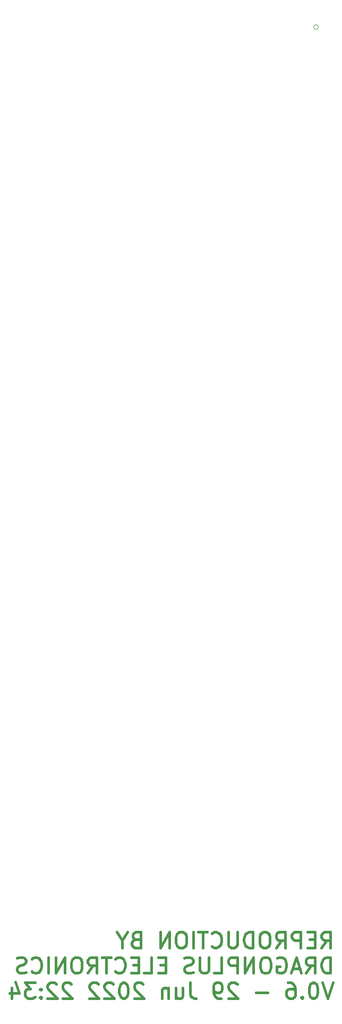
<source format=gbr>
G04 #@! TF.GenerationSoftware,KiCad,Pcbnew,(6.0.8)*
G04 #@! TF.CreationDate,2022-10-19T21:35:41+01:00*
G04 #@! TF.ProjectId,DgnBeta,44676e42-6574-4612-9e6b-696361645f70,rev?*
G04 #@! TF.SameCoordinates,Original*
G04 #@! TF.FileFunction,Legend,Bot*
G04 #@! TF.FilePolarity,Positive*
%FSLAX46Y46*%
G04 Gerber Fmt 4.6, Leading zero omitted, Abs format (unit mm)*
G04 Created by KiCad (PCBNEW (6.0.8)) date 2022-10-19 21:35:41*
%MOMM*%
%LPD*%
G01*
G04 APERTURE LIST*
%ADD10C,0.400000*%
%ADD11C,0.120000*%
G04 APERTURE END LIST*
D10*
X374906190Y-375565952D02*
X375739523Y-374375476D01*
X376334761Y-375565952D02*
X376334761Y-373065952D01*
X375382380Y-373065952D01*
X375144285Y-373185000D01*
X375025238Y-373304047D01*
X374906190Y-373542142D01*
X374906190Y-373899285D01*
X375025238Y-374137380D01*
X375144285Y-374256428D01*
X375382380Y-374375476D01*
X376334761Y-374375476D01*
X373834761Y-374256428D02*
X373001428Y-374256428D01*
X372644285Y-375565952D02*
X373834761Y-375565952D01*
X373834761Y-373065952D01*
X372644285Y-373065952D01*
X371572857Y-375565952D02*
X371572857Y-373065952D01*
X370620476Y-373065952D01*
X370382380Y-373185000D01*
X370263333Y-373304047D01*
X370144285Y-373542142D01*
X370144285Y-373899285D01*
X370263333Y-374137380D01*
X370382380Y-374256428D01*
X370620476Y-374375476D01*
X371572857Y-374375476D01*
X367644285Y-375565952D02*
X368477619Y-374375476D01*
X369072857Y-375565952D02*
X369072857Y-373065952D01*
X368120476Y-373065952D01*
X367882380Y-373185000D01*
X367763333Y-373304047D01*
X367644285Y-373542142D01*
X367644285Y-373899285D01*
X367763333Y-374137380D01*
X367882380Y-374256428D01*
X368120476Y-374375476D01*
X369072857Y-374375476D01*
X366096666Y-373065952D02*
X365620476Y-373065952D01*
X365382380Y-373185000D01*
X365144285Y-373423095D01*
X365025238Y-373899285D01*
X365025238Y-374732619D01*
X365144285Y-375208809D01*
X365382380Y-375446904D01*
X365620476Y-375565952D01*
X366096666Y-375565952D01*
X366334761Y-375446904D01*
X366572857Y-375208809D01*
X366691904Y-374732619D01*
X366691904Y-373899285D01*
X366572857Y-373423095D01*
X366334761Y-373185000D01*
X366096666Y-373065952D01*
X363953809Y-375565952D02*
X363953809Y-373065952D01*
X363358571Y-373065952D01*
X363001428Y-373185000D01*
X362763333Y-373423095D01*
X362644285Y-373661190D01*
X362525238Y-374137380D01*
X362525238Y-374494523D01*
X362644285Y-374970714D01*
X362763333Y-375208809D01*
X363001428Y-375446904D01*
X363358571Y-375565952D01*
X363953809Y-375565952D01*
X361453809Y-373065952D02*
X361453809Y-375089761D01*
X361334761Y-375327857D01*
X361215714Y-375446904D01*
X360977619Y-375565952D01*
X360501428Y-375565952D01*
X360263333Y-375446904D01*
X360144285Y-375327857D01*
X360025238Y-375089761D01*
X360025238Y-373065952D01*
X357406190Y-375327857D02*
X357525238Y-375446904D01*
X357882380Y-375565952D01*
X358120476Y-375565952D01*
X358477619Y-375446904D01*
X358715714Y-375208809D01*
X358834761Y-374970714D01*
X358953809Y-374494523D01*
X358953809Y-374137380D01*
X358834761Y-373661190D01*
X358715714Y-373423095D01*
X358477619Y-373185000D01*
X358120476Y-373065952D01*
X357882380Y-373065952D01*
X357525238Y-373185000D01*
X357406190Y-373304047D01*
X356691904Y-373065952D02*
X355263333Y-373065952D01*
X355977619Y-375565952D02*
X355977619Y-373065952D01*
X354430000Y-375565952D02*
X354430000Y-373065952D01*
X352763333Y-373065952D02*
X352287142Y-373065952D01*
X352049047Y-373185000D01*
X351810952Y-373423095D01*
X351691904Y-373899285D01*
X351691904Y-374732619D01*
X351810952Y-375208809D01*
X352049047Y-375446904D01*
X352287142Y-375565952D01*
X352763333Y-375565952D01*
X353001428Y-375446904D01*
X353239523Y-375208809D01*
X353358571Y-374732619D01*
X353358571Y-373899285D01*
X353239523Y-373423095D01*
X353001428Y-373185000D01*
X352763333Y-373065952D01*
X350620476Y-375565952D02*
X350620476Y-373065952D01*
X349191904Y-375565952D01*
X349191904Y-373065952D01*
X345263333Y-374256428D02*
X344906190Y-374375476D01*
X344787142Y-374494523D01*
X344668095Y-374732619D01*
X344668095Y-375089761D01*
X344787142Y-375327857D01*
X344906190Y-375446904D01*
X345144285Y-375565952D01*
X346096666Y-375565952D01*
X346096666Y-373065952D01*
X345263333Y-373065952D01*
X345025238Y-373185000D01*
X344906190Y-373304047D01*
X344787142Y-373542142D01*
X344787142Y-373780238D01*
X344906190Y-374018333D01*
X345025238Y-374137380D01*
X345263333Y-374256428D01*
X346096666Y-374256428D01*
X343120476Y-374375476D02*
X343120476Y-375565952D01*
X343953809Y-373065952D02*
X343120476Y-374375476D01*
X342287142Y-373065952D01*
X376334761Y-379590952D02*
X376334761Y-377090952D01*
X375739523Y-377090952D01*
X375382380Y-377210000D01*
X375144285Y-377448095D01*
X375025238Y-377686190D01*
X374906190Y-378162380D01*
X374906190Y-378519523D01*
X375025238Y-378995714D01*
X375144285Y-379233809D01*
X375382380Y-379471904D01*
X375739523Y-379590952D01*
X376334761Y-379590952D01*
X372406190Y-379590952D02*
X373239523Y-378400476D01*
X373834761Y-379590952D02*
X373834761Y-377090952D01*
X372882380Y-377090952D01*
X372644285Y-377210000D01*
X372525238Y-377329047D01*
X372406190Y-377567142D01*
X372406190Y-377924285D01*
X372525238Y-378162380D01*
X372644285Y-378281428D01*
X372882380Y-378400476D01*
X373834761Y-378400476D01*
X371453809Y-378876666D02*
X370263333Y-378876666D01*
X371691904Y-379590952D02*
X370858571Y-377090952D01*
X370025238Y-379590952D01*
X367882380Y-377210000D02*
X368120476Y-377090952D01*
X368477619Y-377090952D01*
X368834761Y-377210000D01*
X369072857Y-377448095D01*
X369191904Y-377686190D01*
X369310952Y-378162380D01*
X369310952Y-378519523D01*
X369191904Y-378995714D01*
X369072857Y-379233809D01*
X368834761Y-379471904D01*
X368477619Y-379590952D01*
X368239523Y-379590952D01*
X367882380Y-379471904D01*
X367763333Y-379352857D01*
X367763333Y-378519523D01*
X368239523Y-378519523D01*
X366215714Y-377090952D02*
X365739523Y-377090952D01*
X365501428Y-377210000D01*
X365263333Y-377448095D01*
X365144285Y-377924285D01*
X365144285Y-378757619D01*
X365263333Y-379233809D01*
X365501428Y-379471904D01*
X365739523Y-379590952D01*
X366215714Y-379590952D01*
X366453809Y-379471904D01*
X366691904Y-379233809D01*
X366810952Y-378757619D01*
X366810952Y-377924285D01*
X366691904Y-377448095D01*
X366453809Y-377210000D01*
X366215714Y-377090952D01*
X364072857Y-379590952D02*
X364072857Y-377090952D01*
X362644285Y-379590952D01*
X362644285Y-377090952D01*
X361453809Y-379590952D02*
X361453809Y-377090952D01*
X360501428Y-377090952D01*
X360263333Y-377210000D01*
X360144285Y-377329047D01*
X360025238Y-377567142D01*
X360025238Y-377924285D01*
X360144285Y-378162380D01*
X360263333Y-378281428D01*
X360501428Y-378400476D01*
X361453809Y-378400476D01*
X357763333Y-379590952D02*
X358953809Y-379590952D01*
X358953809Y-377090952D01*
X356930000Y-377090952D02*
X356930000Y-379114761D01*
X356810952Y-379352857D01*
X356691904Y-379471904D01*
X356453809Y-379590952D01*
X355977619Y-379590952D01*
X355739523Y-379471904D01*
X355620476Y-379352857D01*
X355501428Y-379114761D01*
X355501428Y-377090952D01*
X354430000Y-379471904D02*
X354072857Y-379590952D01*
X353477619Y-379590952D01*
X353239523Y-379471904D01*
X353120476Y-379352857D01*
X353001428Y-379114761D01*
X353001428Y-378876666D01*
X353120476Y-378638571D01*
X353239523Y-378519523D01*
X353477619Y-378400476D01*
X353953809Y-378281428D01*
X354191904Y-378162380D01*
X354310952Y-378043333D01*
X354430000Y-377805238D01*
X354430000Y-377567142D01*
X354310952Y-377329047D01*
X354191904Y-377210000D01*
X353953809Y-377090952D01*
X353358571Y-377090952D01*
X353001428Y-377210000D01*
X350025238Y-378281428D02*
X349191904Y-378281428D01*
X348834761Y-379590952D02*
X350025238Y-379590952D01*
X350025238Y-377090952D01*
X348834761Y-377090952D01*
X346572857Y-379590952D02*
X347763333Y-379590952D01*
X347763333Y-377090952D01*
X345739523Y-378281428D02*
X344906190Y-378281428D01*
X344549047Y-379590952D02*
X345739523Y-379590952D01*
X345739523Y-377090952D01*
X344549047Y-377090952D01*
X342049047Y-379352857D02*
X342168095Y-379471904D01*
X342525238Y-379590952D01*
X342763333Y-379590952D01*
X343120476Y-379471904D01*
X343358571Y-379233809D01*
X343477619Y-378995714D01*
X343596666Y-378519523D01*
X343596666Y-378162380D01*
X343477619Y-377686190D01*
X343358571Y-377448095D01*
X343120476Y-377210000D01*
X342763333Y-377090952D01*
X342525238Y-377090952D01*
X342168095Y-377210000D01*
X342049047Y-377329047D01*
X341334761Y-377090952D02*
X339906190Y-377090952D01*
X340620476Y-379590952D02*
X340620476Y-377090952D01*
X337644285Y-379590952D02*
X338477619Y-378400476D01*
X339072857Y-379590952D02*
X339072857Y-377090952D01*
X338120476Y-377090952D01*
X337882380Y-377210000D01*
X337763333Y-377329047D01*
X337644285Y-377567142D01*
X337644285Y-377924285D01*
X337763333Y-378162380D01*
X337882380Y-378281428D01*
X338120476Y-378400476D01*
X339072857Y-378400476D01*
X336096666Y-377090952D02*
X335620476Y-377090952D01*
X335382380Y-377210000D01*
X335144285Y-377448095D01*
X335025238Y-377924285D01*
X335025238Y-378757619D01*
X335144285Y-379233809D01*
X335382380Y-379471904D01*
X335620476Y-379590952D01*
X336096666Y-379590952D01*
X336334761Y-379471904D01*
X336572857Y-379233809D01*
X336691904Y-378757619D01*
X336691904Y-377924285D01*
X336572857Y-377448095D01*
X336334761Y-377210000D01*
X336096666Y-377090952D01*
X333953809Y-379590952D02*
X333953809Y-377090952D01*
X332525238Y-379590952D01*
X332525238Y-377090952D01*
X331334761Y-379590952D02*
X331334761Y-377090952D01*
X328715714Y-379352857D02*
X328834761Y-379471904D01*
X329191904Y-379590952D01*
X329430000Y-379590952D01*
X329787142Y-379471904D01*
X330025238Y-379233809D01*
X330144285Y-378995714D01*
X330263333Y-378519523D01*
X330263333Y-378162380D01*
X330144285Y-377686190D01*
X330025238Y-377448095D01*
X329787142Y-377210000D01*
X329430000Y-377090952D01*
X329191904Y-377090952D01*
X328834761Y-377210000D01*
X328715714Y-377329047D01*
X327763333Y-379471904D02*
X327406190Y-379590952D01*
X326810952Y-379590952D01*
X326572857Y-379471904D01*
X326453809Y-379352857D01*
X326334761Y-379114761D01*
X326334761Y-378876666D01*
X326453809Y-378638571D01*
X326572857Y-378519523D01*
X326810952Y-378400476D01*
X327287142Y-378281428D01*
X327525238Y-378162380D01*
X327644285Y-378043333D01*
X327763333Y-377805238D01*
X327763333Y-377567142D01*
X327644285Y-377329047D01*
X327525238Y-377210000D01*
X327287142Y-377090952D01*
X326691904Y-377090952D01*
X326334761Y-377210000D01*
X376691904Y-381115952D02*
X375858571Y-383615952D01*
X375025238Y-381115952D01*
X373715714Y-381115952D02*
X373477619Y-381115952D01*
X373239523Y-381235000D01*
X373120476Y-381354047D01*
X373001428Y-381592142D01*
X372882380Y-382068333D01*
X372882380Y-382663571D01*
X373001428Y-383139761D01*
X373120476Y-383377857D01*
X373239523Y-383496904D01*
X373477619Y-383615952D01*
X373715714Y-383615952D01*
X373953809Y-383496904D01*
X374072857Y-383377857D01*
X374191904Y-383139761D01*
X374310952Y-382663571D01*
X374310952Y-382068333D01*
X374191904Y-381592142D01*
X374072857Y-381354047D01*
X373953809Y-381235000D01*
X373715714Y-381115952D01*
X371810952Y-383377857D02*
X371691904Y-383496904D01*
X371810952Y-383615952D01*
X371930000Y-383496904D01*
X371810952Y-383377857D01*
X371810952Y-383615952D01*
X369549047Y-381115952D02*
X370025238Y-381115952D01*
X370263333Y-381235000D01*
X370382380Y-381354047D01*
X370620476Y-381711190D01*
X370739523Y-382187380D01*
X370739523Y-383139761D01*
X370620476Y-383377857D01*
X370501428Y-383496904D01*
X370263333Y-383615952D01*
X369787142Y-383615952D01*
X369549047Y-383496904D01*
X369430000Y-383377857D01*
X369310952Y-383139761D01*
X369310952Y-382544523D01*
X369430000Y-382306428D01*
X369549047Y-382187380D01*
X369787142Y-382068333D01*
X370263333Y-382068333D01*
X370501428Y-382187380D01*
X370620476Y-382306428D01*
X370739523Y-382544523D01*
X366334761Y-382663571D02*
X364430000Y-382663571D01*
X361453809Y-381354047D02*
X361334761Y-381235000D01*
X361096666Y-381115952D01*
X360501428Y-381115952D01*
X360263333Y-381235000D01*
X360144285Y-381354047D01*
X360025238Y-381592142D01*
X360025238Y-381830238D01*
X360144285Y-382187380D01*
X361572857Y-383615952D01*
X360025238Y-383615952D01*
X358834761Y-383615952D02*
X358358571Y-383615952D01*
X358120476Y-383496904D01*
X358001428Y-383377857D01*
X357763333Y-383020714D01*
X357644285Y-382544523D01*
X357644285Y-381592142D01*
X357763333Y-381354047D01*
X357882380Y-381235000D01*
X358120476Y-381115952D01*
X358596666Y-381115952D01*
X358834761Y-381235000D01*
X358953809Y-381354047D01*
X359072857Y-381592142D01*
X359072857Y-382187380D01*
X358953809Y-382425476D01*
X358834761Y-382544523D01*
X358596666Y-382663571D01*
X358120476Y-382663571D01*
X357882380Y-382544523D01*
X357763333Y-382425476D01*
X357644285Y-382187380D01*
X353953809Y-381115952D02*
X353953809Y-382901666D01*
X354072857Y-383258809D01*
X354310952Y-383496904D01*
X354668095Y-383615952D01*
X354906190Y-383615952D01*
X351691904Y-381949285D02*
X351691904Y-383615952D01*
X352763333Y-381949285D02*
X352763333Y-383258809D01*
X352644285Y-383496904D01*
X352406190Y-383615952D01*
X352049047Y-383615952D01*
X351810952Y-383496904D01*
X351691904Y-383377857D01*
X350501428Y-381949285D02*
X350501428Y-383615952D01*
X350501428Y-382187380D02*
X350382380Y-382068333D01*
X350144285Y-381949285D01*
X349787142Y-381949285D01*
X349549047Y-382068333D01*
X349430000Y-382306428D01*
X349430000Y-383615952D01*
X346453809Y-381354047D02*
X346334761Y-381235000D01*
X346096666Y-381115952D01*
X345501428Y-381115952D01*
X345263333Y-381235000D01*
X345144285Y-381354047D01*
X345025238Y-381592142D01*
X345025238Y-381830238D01*
X345144285Y-382187380D01*
X346572857Y-383615952D01*
X345025238Y-383615952D01*
X343477619Y-381115952D02*
X343239523Y-381115952D01*
X343001428Y-381235000D01*
X342882380Y-381354047D01*
X342763333Y-381592142D01*
X342644285Y-382068333D01*
X342644285Y-382663571D01*
X342763333Y-383139761D01*
X342882380Y-383377857D01*
X343001428Y-383496904D01*
X343239523Y-383615952D01*
X343477619Y-383615952D01*
X343715714Y-383496904D01*
X343834761Y-383377857D01*
X343953809Y-383139761D01*
X344072857Y-382663571D01*
X344072857Y-382068333D01*
X343953809Y-381592142D01*
X343834761Y-381354047D01*
X343715714Y-381235000D01*
X343477619Y-381115952D01*
X341691904Y-381354047D02*
X341572857Y-381235000D01*
X341334761Y-381115952D01*
X340739523Y-381115952D01*
X340501428Y-381235000D01*
X340382380Y-381354047D01*
X340263333Y-381592142D01*
X340263333Y-381830238D01*
X340382380Y-382187380D01*
X341810952Y-383615952D01*
X340263333Y-383615952D01*
X339310952Y-381354047D02*
X339191904Y-381235000D01*
X338953809Y-381115952D01*
X338358571Y-381115952D01*
X338120476Y-381235000D01*
X338001428Y-381354047D01*
X337882380Y-381592142D01*
X337882380Y-381830238D01*
X338001428Y-382187380D01*
X339430000Y-383615952D01*
X337882380Y-383615952D01*
X335025238Y-381354047D02*
X334906190Y-381235000D01*
X334668095Y-381115952D01*
X334072857Y-381115952D01*
X333834761Y-381235000D01*
X333715714Y-381354047D01*
X333596666Y-381592142D01*
X333596666Y-381830238D01*
X333715714Y-382187380D01*
X335144285Y-383615952D01*
X333596666Y-383615952D01*
X332644285Y-381354047D02*
X332525238Y-381235000D01*
X332287142Y-381115952D01*
X331691904Y-381115952D01*
X331453809Y-381235000D01*
X331334761Y-381354047D01*
X331215714Y-381592142D01*
X331215714Y-381830238D01*
X331334761Y-382187380D01*
X332763333Y-383615952D01*
X331215714Y-383615952D01*
X330144285Y-383377857D02*
X330025238Y-383496904D01*
X330144285Y-383615952D01*
X330263333Y-383496904D01*
X330144285Y-383377857D01*
X330144285Y-383615952D01*
X330144285Y-382068333D02*
X330025238Y-382187380D01*
X330144285Y-382306428D01*
X330263333Y-382187380D01*
X330144285Y-382068333D01*
X330144285Y-382306428D01*
X329191904Y-381115952D02*
X327644285Y-381115952D01*
X328477619Y-382068333D01*
X328120476Y-382068333D01*
X327882380Y-382187380D01*
X327763333Y-382306428D01*
X327644285Y-382544523D01*
X327644285Y-383139761D01*
X327763333Y-383377857D01*
X327882380Y-383496904D01*
X328120476Y-383615952D01*
X328834761Y-383615952D01*
X329072857Y-383496904D01*
X329191904Y-383377857D01*
X325501428Y-381949285D02*
X325501428Y-383615952D01*
X326096666Y-380996904D02*
X326691904Y-382782619D01*
X325144285Y-382782619D01*
D11*
X374396000Y-229174302D02*
G75*
G03*
X374396000Y-229174302I-381000J0D01*
G01*
M02*

</source>
